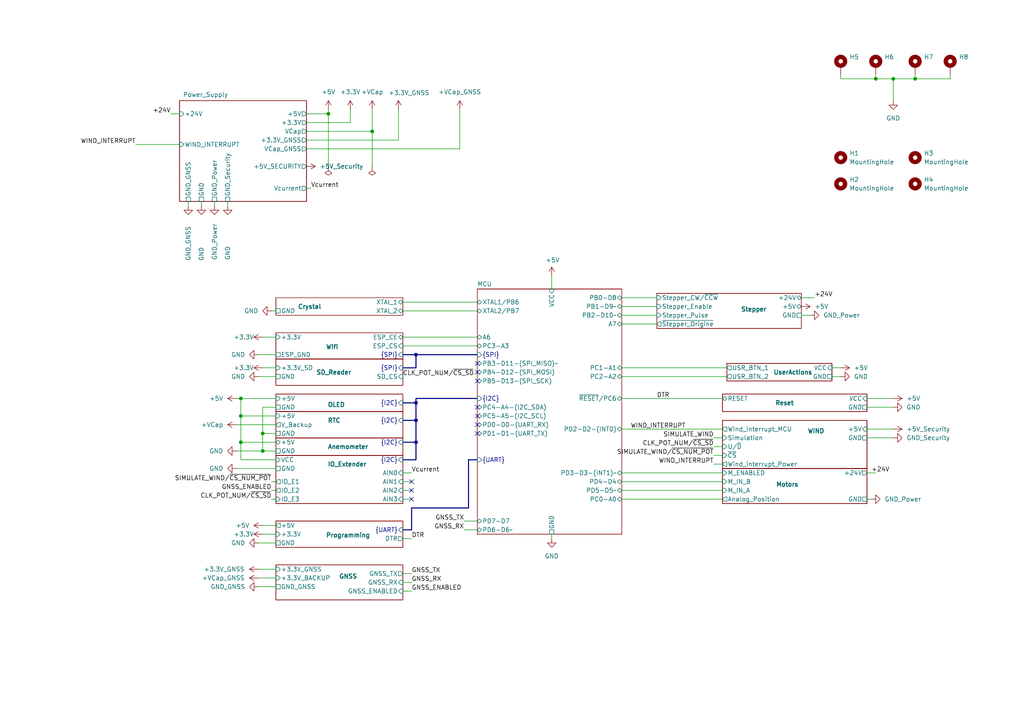
<source format=kicad_sch>
(kicad_sch (version 20231120) (generator "eeschema") (generator_version "8.0")
  (paper "A4")
  (title_block (title "SunTracker - Hierarchical schematic") (date "2024-04-17") (rev "1.0") (company "CREPP"))
  (lib_symbols
    (symbol "GND_1" (power) (pin_numbers hide) (pin_names (offset 0) hide)
      (property "Value" "GND" (at 0 -3.81 0))
      (symbol "GND_1_0_1"
        (polyline (pts (xy 0 0) (xy 0 -1.27) (xy 1.27 -1.27) (xy 0 -2.54) (xy -1.27 -1.27) (xy 0 -1.27)))
      )
      (symbol "GND_1_1_1"
        (pin power_in line (at 0 0 270) (length 0) (name "~") (number "1"))
      )
    )
    (symbol "Mechanical:MountingHole" (pin_names (offset 1.016))
      (property "Reference" "H" (at 0 5.08 0))
      (property "Value" "MountingHole" (at 0 3.175 0))
      (symbol "MountingHole_0_1"
        (circle (center 0 0) (radius 1.27) (stroke (width 1.27)))
      )
    )
    (symbol "Mechanical:MountingHole_Pad" (pin_numbers hide) (pin_names (offset 1.016) hide)
      (property "Reference" "H" (at 0 6.35 0))
      (property "Value" "MountingHole_Pad" (at 0 4.445 0))
      (symbol "MountingHole_Pad_0_1"
        (circle (center 0 1.27) (radius 1.27) (stroke (width 1.27)))
      )
      (symbol "MountingHole_Pad_1_1"
        (pin input line (at 0 -2.54 90) (length 2.54) (name "1") (number "1"))
      )
    )
    (symbol "power:+3.3V" (power) (pin_names (offset 0))
      (property "Value" "+3.3V" (at 0 3.556 0))
      (symbol "+3.3V_0_1"
        (polyline (pts (xy -0.762 1.27) (xy 0 2.54)))
        (polyline (pts (xy 0 0) (xy 0 2.54)))
        (polyline (pts (xy 0 2.54) (xy 0.762 1.27)))
      )
      (symbol "+3.3V_1_1"
        (pin power_in line (at 0 0 90) (length 0) hide (name "+3.3V") (number "1"))
      )
    )
    (symbol "power:+5V" (power) (pin_names (offset 0))
      (property "Value" "+5V" (at 0 3.556 0))
      (symbol "+5V_0_1"
        (polyline (pts (xy -0.762 1.27) (xy 0 2.54)))
        (polyline (pts (xy 0 0) (xy 0 2.54)))
        (polyline (pts (xy 0 2.54) (xy 0.762 1.27)))
      )
      (symbol "+5V_1_1"
        (pin power_in line (at 0 0 90) (length 0) hide (name "+5V") (number "1"))
      )
    )
    (symbol "power:GND" (power) (pin_names (offset 0))
      (property "Value" "GND" (at 0 -3.81 0))
      (symbol "GND_0_1"
        (polyline (pts (xy 0 0) (xy 0 -1.27) (xy 1.27 -1.27) (xy 0 -2.54) (xy -1.27 -1.27) (xy 0 -1.27)))
      )
      (symbol "GND_1_1"
        (pin power_in line (at 0 0 270) (length 0) hide (name "GND") (number "1"))
      )
    )
    (symbol "power:PWR_FLAG" (power) (pin_numbers hide) (pin_names (offset 0) hide)
      (property "Value" "PWR_FLAG" (at 0 3.81 0))
      (symbol "PWR_FLAG_0_0"
        (pin power_out line (at 0 0 90) (length 0) (name "~") (number "1"))
      )
      (symbol "PWR_FLAG_0_1"
        (polyline (pts (xy 0 0) (xy 0 1.27) (xy -1.016 1.905) (xy 0 2.54) (xy 1.016 1.905) (xy 0 1.27)))
      )
    )
  )
  (bus_alias "" (members))
  (bus_alias "I2C" (members "SDA" "SCL"))
  (bus_alias "SPI" (members "MOSI" "MISO" "CLK"))
  (bus_alias "UART" (members "RX" "TX"))
  (junction (at 107.95 38.1))
  (junction (at 69.85 128.27))
  (junction (at 254 22.86))
  (junction (at 120.65 121.92))
  (junction (at 265.43 22.86))
  (junction (at 120.65 102.87))
  (junction (at 120.65 128.27))
  (junction (at 69.85 115.57))
  (junction (at 69.85 120.65))
  (junction (at 120.65 116.84))
  (junction (at 76.2 130.81))
  (junction (at 259.08 22.86))
  (junction (at 95.25 33.02))
  (junction (at 76.2 125.73))
  (no_connect (at 138.43 105.41))
  (no_connect (at 138.43 118.11))
  (no_connect (at 138.43 120.65))
  (no_connect (at 119.38 142.24))
  (no_connect (at 138.43 110.49))
  (no_connect (at 119.38 139.7))
  (no_connect (at 119.38 144.78))
  (no_connect (at 138.43 107.95))
  (no_connect (at 138.43 123.19))
  (no_connect (at 138.43 125.73))
  (wire (pts (xy 275.59 22.86) (xy 265.43 22.86)))
  (wire (pts (xy 101.6 35.56) (xy 88.9 35.56)))
  (wire (pts (xy 80.01 125.73) (xy 76.2 125.73)))
  (wire (pts (xy 76.2 118.11) (xy 76.2 125.73)))
  (wire (pts (xy 74.93 170.18) (xy 80.01 170.18)))
  (wire (pts (xy 251.46 118.11) (xy 259.08 118.11)))
  (wire (pts (xy 69.85 128.27) (xy 69.85 120.65)))
  (wire (pts (xy 180.34 93.98) (xy 190.5 93.98)))
  (wire (pts (xy 116.84 168.91) (xy 119.38 168.91)))
  (wire (pts (xy 251.46 144.78) (xy 252.73 144.78)))
  (wire (pts (xy 80.01 118.11) (xy 76.2 118.11)))
  (wire (pts (xy 232.41 86.36) (xy 236.22 86.36)))
  (wire (pts (xy 243.84 22.86) (xy 254 22.86)))
  (wire (pts (xy 68.58 123.19) (xy 80.01 123.19)))
  (wire (pts (xy 74.93 102.87) (xy 80.01 102.87)))
  (wire (pts (xy 74.93 109.22) (xy 80.01 109.22)))
  (wire (pts (xy 251.46 115.57) (xy 259.08 115.57)))
  (wire (pts (xy 54.61 58.42) (xy 54.61 59.69)))
  (wire (pts (xy 78.74 144.78) (xy 80.01 144.78)))
  (bus (pts (xy 116.84 133.35) (xy 120.65 133.35)))
  (wire (pts (xy 133.35 43.18) (xy 88.9 43.18)))
  (wire (pts (xy 66.04 58.42) (xy 66.04 59.69)))
  (wire (pts (xy 68.58 135.89) (xy 80.01 135.89)))
  (wire (pts (xy 101.6 31.75) (xy 101.6 35.56)))
  (wire (pts (xy 116.84 137.16) (xy 119.38 137.16)))
  (wire (pts (xy 232.41 91.44) (xy 234.95 91.44)))
  (wire (pts (xy 251.46 137.16) (xy 254 137.16)))
  (wire (pts (xy 95.25 33.02) (xy 88.9 33.02)))
  (wire (pts (xy 134.62 151.13) (xy 138.43 151.13)))
  (wire (pts (xy 76.2 125.73) (xy 76.2 130.81)))
  (wire (pts (xy 254 22.86) (xy 259.08 22.86)))
  (wire (pts (xy 115.57 31.75) (xy 115.57 40.64)))
  (wire (pts (xy 180.34 106.68) (xy 210.82 106.68)))
  (wire (pts (xy 115.57 40.64) (xy 88.9 40.64)))
  (wire (pts (xy 74.93 157.48) (xy 80.01 157.48)))
  (wire (pts (xy 116.84 171.45) (xy 119.38 171.45)))
  (bus (pts (xy 116.84 128.27) (xy 120.65 128.27)))
  (wire (pts (xy 78.74 142.24) (xy 80.01 142.24)))
  (wire (pts (xy 39.37 41.91) (xy 52.07 41.91)))
  (wire (pts (xy 88.9 54.61) (xy 90.17 54.61)))
  (wire (pts (xy 259.08 22.86) (xy 259.08 29.21)))
  (wire (pts (xy 241.3 106.68) (xy 243.84 106.68)))
  (wire (pts (xy 180.34 91.44) (xy 190.5 91.44)))
  (bus (pts (xy 120.65 102.87) (xy 138.43 102.87)))
  (wire (pts (xy 180.34 86.36) (xy 190.5 86.36)))
  (bus (pts (xy 135.89 133.35) (xy 138.43 133.35)))
  (wire (pts (xy 88.9 38.1) (xy 107.95 38.1)))
  (bus (pts (xy 135.89 147.32) (xy 119.38 147.32)))
  (wire (pts (xy 243.84 21.59) (xy 243.84 22.86)))
  (wire (pts (xy 116.84 142.24) (xy 119.38 142.24)))
  (wire (pts (xy 76.2 106.68) (xy 80.01 106.68)))
  (wire (pts (xy 68.58 115.57) (xy 69.85 115.57)))
  (bus (pts (xy 120.65 128.27) (xy 120.65 133.35)))
  (wire (pts (xy 160.02 80.01) (xy 160.02 83.82)))
  (bus (pts (xy 120.65 115.57) (xy 120.65 116.84)))
  (wire (pts (xy 74.93 167.64) (xy 80.01 167.64)))
  (wire (pts (xy 58.42 58.42) (xy 58.42 59.69)))
  (wire (pts (xy 76.2 97.79) (xy 80.01 97.79)))
  (wire (pts (xy 116.84 87.63) (xy 138.43 87.63)))
  (wire (pts (xy 116.84 166.37) (xy 119.38 166.37)))
  (bus (pts (xy 116.84 102.87) (xy 120.65 102.87)))
  (bus (pts (xy 119.38 153.67) (xy 116.84 153.67)))
  (wire (pts (xy 116.84 156.21) (xy 119.38 156.21)))
  (wire (pts (xy 180.34 109.22) (xy 210.82 109.22)))
  (wire (pts (xy 76.2 152.4) (xy 80.01 152.4)))
  (wire (pts (xy 107.95 31.75) (xy 107.95 38.1)))
  (wire (pts (xy 265.43 21.59) (xy 265.43 22.86)))
  (wire (pts (xy 76.2 154.94) (xy 80.01 154.94)))
  (wire (pts (xy 160.02 154.94) (xy 160.02 156.21)))
  (wire (pts (xy 95.25 33.02) (xy 95.25 48.26)))
  (wire (pts (xy 116.84 90.17) (xy 138.43 90.17)))
  (bus (pts (xy 120.65 106.68) (xy 120.65 102.87)))
  (wire (pts (xy 80.01 133.35) (xy 69.85 133.35)))
  (bus (pts (xy 116.84 106.68) (xy 120.65 106.68)))
  (wire (pts (xy 78.74 139.7) (xy 80.01 139.7)))
  (wire (pts (xy 68.58 130.81) (xy 76.2 130.81)))
  (wire (pts (xy 180.34 88.9) (xy 190.5 88.9)))
  (bus (pts (xy 135.89 133.35) (xy 135.89 147.32)))
  (wire (pts (xy 95.25 31.75) (xy 95.25 33.02)))
  (wire (pts (xy 180.34 124.46) (xy 209.55 124.46)))
  (wire (pts (xy 241.3 109.22) (xy 243.84 109.22)))
  (wire (pts (xy 180.34 144.78) (xy 209.55 144.78)))
  (bus (pts (xy 116.84 116.84) (xy 120.65 116.84)))
  (wire (pts (xy 265.43 22.86) (xy 259.08 22.86)))
  (wire (pts (xy 207.01 129.54) (xy 209.55 129.54)))
  (wire (pts (xy 74.93 165.1) (xy 80.01 165.1)))
  (wire (pts (xy 107.95 38.1) (xy 107.95 48.26)))
  (wire (pts (xy 80.01 128.27) (xy 69.85 128.27)))
  (wire (pts (xy 207.01 127) (xy 209.55 127)))
  (wire (pts (xy 116.84 139.7) (xy 119.38 139.7)))
  (wire (pts (xy 180.34 139.7) (xy 209.55 139.7)))
  (bus (pts (xy 119.38 147.32) (xy 119.38 153.67)))
  (wire (pts (xy 80.01 120.65) (xy 69.85 120.65)))
  (wire (pts (xy 69.85 133.35) (xy 69.85 128.27)))
  (wire (pts (xy 180.34 137.16) (xy 209.55 137.16)))
  (bus (pts (xy 120.65 115.57) (xy 138.43 115.57)))
  (wire (pts (xy 251.46 124.46) (xy 259.08 124.46)))
  (wire (pts (xy 62.23 58.42) (xy 62.23 59.69)))
  (wire (pts (xy 80.01 115.57) (xy 69.85 115.57)))
  (wire (pts (xy 116.84 144.78) (xy 119.38 144.78)))
  (wire (pts (xy 180.34 115.57) (xy 209.55 115.57)))
  (bus (pts (xy 120.65 121.92) (xy 120.65 128.27)))
  (wire (pts (xy 207.01 134.62) (xy 209.55 134.62)))
  (bus (pts (xy 120.65 116.84) (xy 120.65 121.92)))
  (wire (pts (xy 251.46 127) (xy 259.08 127)))
  (wire (pts (xy 275.59 21.59) (xy 275.59 22.86)))
  (wire (pts (xy 116.84 97.79) (xy 138.43 97.79)))
  (wire (pts (xy 133.35 31.75) (xy 133.35 43.18)))
  (wire (pts (xy 116.84 100.33) (xy 138.43 100.33)))
  (wire (pts (xy 69.85 120.65) (xy 69.85 115.57)))
  (wire (pts (xy 134.62 153.67) (xy 138.43 153.67)))
  (wire (pts (xy 80.01 130.81) (xy 76.2 130.81)))
  (bus (pts (xy 116.84 121.92) (xy 120.65 121.92)))
  (wire (pts (xy 78.74 90.17) (xy 80.01 90.17)))
  (wire (pts (xy 207.01 132.08) (xy 209.55 132.08)))
  (wire (pts (xy 49.53 33.02) (xy 52.07 33.02)))
  (wire (pts (xy 180.34 142.24) (xy 209.55 142.24)))
  (wire (pts (xy 254 21.59) (xy 254 22.86)))
  (label "WIND_INTERRUPT" (at 182.88 124.46 0))
  (label "SIMULATE_WIND" (at 207.01 127 180))
  (label "WIND_INTERRUPT" (at 207.01 134.62 180))
  (label "CLK_POT_NUM{slash}~{CS_SD}" (at 207.01 129.54 180))
  (label "GNSS_ENABLED" (at 119.38 171.45 0))
  (label "+24V" (at 252.73 137.16 0))
  (label "WIND_INTERRUPT" (at 39.37 41.91 180))
  (label "CLK_POT_NUM{slash}~{CS_SD}" (at 116.84 109.22 0))
  (label "GNSS_TX" (at 134.62 151.13 180))
  (label "DTR" (at 190.5 115.57 0))
  (label "+24V" (at 236.22 86.36 0))
  (label "GNSS_ENABLED" (at 78.74 142.24 180))
  (label "SIMULATE_WIND{slash}~{CS_NUM_POT}" (at 207.01 132.08 180))
  (label "DTR" (at 119.38 156.21 0))
  (label "GNSS_RX" (at 119.38 168.91 0))
  (label "Vcurrent" (at 119.38 137.16 0))
  (label "CLK_POT_NUM{slash}~{CS_SD}" (at 78.74 144.78 180))
  (label "+24V" (at 49.53 33.02 180))
  (label "GNSS_RX" (at 134.62 153.67 180))
  (label "Vcurrent" (at 90.17 54.61 0))
  (label "SIMULATE_WIND{slash}~{CS_NUM_POT}" (at 78.74 139.7 180))
  (label "GNSS_TX" (at 119.38 166.37 0))
  (symbol (lib_id "power:+5V") (at 259.08 115.57 270) (unit 1)
    (property "Reference" "#PWR026" (effects (hide yes)))
    (property "Value" "+5V" (at 262.89 115.5699 90) (effects (justify left)))
  )
  (symbol (lib_id "power:GND") (at 74.93 109.22 270) (unit 1)
    (property "Reference" "#PWR039" (effects (hide yes)))
    (property "Value" "GND" (at 71.12 109.2201 90) (effects (justify right)))
  )
  (symbol (lib_name "GND_1") (lib_id "power:GND") (at 58.42 59.69 0) (unit 1)
    (property "Reference" "#PWR013" (effects (hide yes)))
    (property "Value" "GND" (at 58.42 73.66 90))
    (property "Description" "Power symbol creates a global label with name \"GND\" , ground" (effects (hide yes)))
  )
  (symbol (lib_id "power:+5V") (at 243.84 106.68 270) (unit 1)
    (property "Reference" "#PWR022" (effects (hide yes)))
    (property "Value" "+5V" (at 247.65 106.6799 90) (effects (justify left)))
  )
  (symbol (lib_id "power:+3.3V") (at 74.93 167.64 90) (unit 1)
    (property "Reference" "#PWR02" (effects (hide yes)))
    (property "Value" "+VCap_GNSS" (at 64.77 167.64 90))
  )
  (symbol (lib_id "power:+3.3V") (at 68.58 123.19 90) (unit 1)
    (property "Reference" "#PWR05" (effects (hide yes)))
    (property "Value" "+VCap" (at 64.77 123.1899 90) (effects (justify left)))
  )
  (symbol (lib_id "power:GND") (at 74.93 102.87 270) (unit 1)
    (property "Reference" "#PWR07" (effects (hide yes)))
    (property "Value" "GND" (at 71.12 102.8701 90) (effects (justify right)))
  )
  (symbol (lib_id "power:+3.3V") (at 74.93 165.1 90) (unit 1)
    (property "Reference" "#PWR01" (effects (hide yes)))
    (property "Value" "+3.3V_GNSS" (at 65.024 165.1 90))
  )
  (symbol (lib_id "power:PWR_FLAG") (at 95.25 48.26 180) (unit 1)
    (property "Reference" "#FLG01" (effects (hide yes)))
    (property "Value" "PWR_FLAG" (effects (hide yes)))
    (property "Description" "Special symbol for telling ERC where power comes from" (effects (hide yes)))
  )
  (symbol (lib_id "power:GND") (at 62.23 59.69 0) (unit 1)
    (property "Reference" "#PWR037" (effects (hide yes)))
    (property "Value" "GND_Power" (at 62.23 70.104 90))
  )
  (symbol (lib_id "Mechanical:MountingHole_Pad") (at 254 19.05 0) (unit 1)
    (property "Reference" "H6" (at 256.54 16.5099 0) (effects (justify left)))
    (property "Value" "Probe_GND" (effects (hide yes)))
    (property "Footprint" "Holes:Hole_1mm_Scope" (effects (hide yes)))
    (property "Description" "Mounting Hole with connection" (effects (hide yes)))
  )
  (symbol (lib_id "power:+5V") (at 95.25 31.75 0) (unit 1)
    (property "Reference" "#PWR014" (effects (hide yes)))
    (property "Value" "+5V" (at 95.25 26.67 0))
  )
  (symbol (lib_id "power:GND") (at 252.73 144.78 90) (unit 1)
    (property "Reference" "#PWR025" (effects (hide yes)))
    (property "Value" "GND_Power" (at 256.54 144.7799 90) (effects (justify right)))
  )
  (symbol (lib_id "power:+5V") (at 160.02 80.01 0) (unit 1)
    (property "Reference" "#PWR019" (effects (hide yes)))
    (property "Value" "+5V" (at 160.274 75.438 0))
  )
  (symbol (lib_name "GND_1") (lib_id "power:GND") (at 68.58 130.81 270) (unit 1)
    (property "Reference" "#PWR06" (effects (hide yes)))
    (property "Value" "GND" (at 64.77 130.8099 90) (effects (justify right)))
    (property "Description" "Power symbol creates a global label with name \"GND\" , ground" (effects (hide yes)))
  )
  (symbol (lib_id "power:+5V") (at 232.41 88.9 270) (unit 1)
    (property "Reference" "#PWR046" (effects (hide yes)))
    (property "Value" "+5V" (at 236.22 88.8999 90) (effects (justify left)))
  )
  (symbol (lib_id "power:+3.3V") (at 101.6 31.75 0) (unit 1)
    (property "Reference" "#PWR015" (effects (hide yes)))
    (property "Value" "+3.3V" (at 101.6 26.67 0))
  )
  (symbol (lib_id "power:+3.3V") (at 76.2 154.94 90) (unit 1)
    (property "Reference" "#PWR049" (effects (hide yes)))
    (property "Value" "+3.3V" (at 73.66 154.9399 90) (effects (justify left)))
  )
  (symbol (lib_id "power:GND") (at 259.08 118.11 90) (unit 1)
    (property "Reference" "#PWR024" (effects (hide yes)))
    (property "Value" "GND" (at 262.89 118.1099 90) (effects (justify right)))
  )
  (symbol (lib_id "power:+3.3V") (at 76.2 106.68 90) (unit 1)
    (property "Reference" "#PWR040" (effects (hide yes)))
    (property "Value" "+3.3V" (at 73.66 106.6799 90) (effects (justify left)))
  )
  (symbol (lib_id "power:GND") (at 74.93 157.48 270) (unit 1)
    (property "Reference" "#PWR08" (effects (hide yes)))
    (property "Value" "GND" (at 71.12 157.4801 90) (effects (justify right)))
  )
  (symbol (lib_id "power:+5V") (at 259.08 124.46 270) (unit 1)
    (property "Reference" "#PWR045" (effects (hide yes)))
    (property "Value" "+5V_Security" (at 262.89 124.4599 90) (effects (justify left)))
  )
  (symbol (lib_id "Mechanical:MountingHole") (at 243.84 53.34 0) (unit 1)
    (property "Reference" "H2" (at 246.38 52.07 0) (effects (justify left)))
    (property "Value" "MountingHole" (at 246.38 54.61 0) (effects (justify left)))
    (property "Footprint" "MountingHole:MountingHole_3mm" (effects (hide yes)))
  )
  (symbol (lib_id "power:GND") (at 243.84 109.22 90) (unit 1)
    (property "Reference" "#PWR023" (effects (hide yes)))
    (property "Value" "GND" (at 247.65 109.2199 90) (effects (justify right)))
  )
  (symbol (lib_id "power:+5V") (at 88.9 48.26 270) (unit 1)
    (property "Reference" "#PWR041" (effects (hide yes)))
    (property "Value" "+5V_Security" (at 92.71 48.2599 90) (effects (justify left)))
  )
  (symbol (lib_id "power:+5V") (at 68.58 115.57 90) (unit 1)
    (property "Reference" "#PWR04" (effects (hide yes)))
    (property "Value" "+5V" (at 64.77 115.5699 90) (effects (justify left)))
  )
  (symbol (lib_name "GND_1") (lib_id "power:GND") (at 78.74 90.17 270) (unit 1)
    (property "Reference" "#PWR011" (effects (hide yes)))
    (property "Value" "GND" (at 74.93 90.1699 90) (effects (justify right)))
    (property "Description" "Power symbol creates a global label with name \"GND\" , ground" (effects (hide yes)))
  )
  (symbol (lib_name "GND_1") (lib_id "power:GND") (at 68.58 135.89 270) (unit 1)
    (property "Reference" "#PWR036" (effects (hide yes)))
    (property "Value" "GND" (at 64.77 135.8899 90) (effects (justify right)))
    (property "Description" "Power symbol creates a global label with name \"GND\" , ground" (effects (hide yes)))
  )
  (symbol (lib_id "Mechanical:MountingHole") (at 265.43 53.34 0) (unit 1)
    (property "Reference" "H4" (at 267.97 52.07 0) (effects (justify left)))
    (property "Value" "MountingHole" (at 267.97 54.61 0) (effects (justify left)))
    (property "Footprint" "MountingHole:MountingHole_3mm" (effects (hide yes)))
  )
  (symbol (lib_id "Mechanical:MountingHole_Pad") (at 275.59 19.05 0) (unit 1)
    (property "Reference" "H8" (at 278.13 16.5099 0) (effects (justify left)))
    (property "Value" "Probe_GND" (effects (hide yes)))
    (property "Footprint" "Holes:Hole_1mm_Scope" (effects (hide yes)))
    (property "Description" "Mounting Hole with connection" (effects (hide yes)))
  )
  (symbol (lib_name "GND_1") (lib_id "power:GND") (at 54.61 59.69 0) (unit 1)
    (property "Reference" "#PWR012" (effects (hide yes)))
    (property "Value" "GND_GNSS" (at 54.61 70.612 90))
    (property "Description" "Power symbol creates a global label with name \"GND\" , ground" (effects (hide yes)))
  )
  (symbol (lib_id "Mechanical:MountingHole") (at 265.43 45.72 0) (unit 1)
    (property "Reference" "H3" (at 267.97 44.45 0) (effects (justify left)))
    (property "Value" "MountingHole" (at 267.97 46.99 0) (effects (justify left)))
    (property "Footprint" "MountingHole:MountingHole_3mm" (effects (hide yes)))
  )
  (symbol (lib_id "Mechanical:MountingHole_Pad") (at 243.84 19.05 0) (unit 1)
    (property "Reference" "H5" (at 246.38 16.5099 0) (effects (justify left)))
    (property "Value" "Probe_GND" (effects (hide yes)))
    (property "Footprint" "Holes:Hole_1mm_Scope" (effects (hide yes)))
    (property "Description" "Mounting Hole with connection" (effects (hide yes)))
  )
  (symbol (lib_id "power:GND") (at 234.95 91.44 90) (unit 1)
    (property "Reference" "#PWR021" (effects (hide yes)))
    (property "Value" "GND_Power" (at 238.76 91.4399 90) (effects (justify right)))
  )
  (symbol (lib_id "power:GND") (at 66.04 59.69 0) (unit 1)
    (property "Reference" "#PWR038" (effects (hide yes)))
    (property "Value" "GND" (at 66.04 73.406 90))
  )
  (symbol (lib_id "Mechanical:MountingHole") (at 243.84 45.72 0) (unit 1)
    (property "Reference" "H1" (at 246.38 44.45 0) (effects (justify left)))
    (property "Value" "MountingHole" (at 246.38 46.99 0) (effects (justify left)))
    (property "Footprint" "MountingHole:MountingHole_3mm" (effects (hide yes)))
  )
  (symbol (lib_name "GND_1") (lib_id "power:GND") (at 160.02 156.21 0) (unit 1)
    (property "Reference" "#PWR020" (effects (hide yes)))
    (property "Value" "GND" (at 160.02 161.29 0))
    (property "Description" "Power symbol creates a global label with name \"GND\" , ground" (effects (hide yes)))
  )
  (symbol (lib_id "power:GND") (at 259.08 29.21 0) (unit 1)
    (property "Reference" "#PWR034" (effects (hide yes)))
    (property "Value" "GND" (at 259.08 34.29 0))
    (property "Description" "Power symbol creates a global label with name \"GND\" , ground" (effects (hide yes)))
  )
  (symbol (lib_id "power:+3.3V") (at 115.57 31.75 0) (unit 1)
    (property "Reference" "#PWR017" (effects (hide yes)))
    (property "Value" "+3.3V_GNSS" (at 118.618 26.924 0))
  )
  (symbol (lib_id "power:+3.3V") (at 76.2 97.79 90) (unit 1)
    (property "Reference" "#PWR09" (effects (hide yes)))
    (property "Value" "+3.3V" (at 73.66 97.7899 90) (effects (justify left)))
  )
  (symbol (lib_id "Mechanical:MountingHole_Pad") (at 265.43 19.05 0) (unit 1)
    (property "Reference" "H7" (at 267.97 16.5099 0) (effects (justify left)))
    (property "Value" "Probe_GND" (effects (hide yes)))
    (property "Footprint" "Holes:Hole_1mm_Scope" (effects (hide yes)))
    (property "Description" "Mounting Hole with connection" (effects (hide yes)))
  )
  (symbol (lib_id "power:+3.3V") (at 133.35 31.75 0) (unit 1)
    (property "Reference" "#PWR018" (effects (hide yes)))
    (property "Value" "+VCap_GNSS" (at 133.35 26.67 0))
  )
  (symbol (lib_id "power:+3.3V") (at 76.2 152.4 90) (unit 1)
    (property "Reference" "#PWR010" (effects (hide yes)))
    (property "Value" "+5V" (at 72.39 152.3999 90) (effects (justify left)))
  )
  (symbol (lib_id "power:GND") (at 259.08 127 90) (unit 1)
    (property "Reference" "#PWR027" (effects (hide yes)))
    (property "Value" "GND_Security" (at 262.89 126.9999 90) (effects (justify right)))
  )
  (symbol (lib_id "power:PWR_FLAG") (at 107.95 48.26 180) (unit 1)
    (property "Reference" "#FLG02" (effects (hide yes)))
    (property "Value" "PWR_FLAG" (effects (hide yes)))
    (property "Description" "Special symbol for telling ERC where power comes from" (effects (hide yes)))
  )
  (symbol (lib_id "power:+3.3V") (at 107.95 31.75 0) (unit 1)
    (property "Reference" "#PWR016" (effects (hide yes)))
    (property "Value" "+VCap" (at 107.95 26.67 0))
  )
  (symbol (lib_name "GND_1") (lib_id "power:GND") (at 74.93 170.18 270) (unit 1)
    (property "Reference" "#PWR03" (effects (hide yes)))
    (property "Value" "GND_GNSS" (at 71.12 170.1799 90) (effects (justify right)))
    (property "Description" "Power symbol creates a global label with name \"GND\" , ground" (effects (hide yes)))
  )
  (sheet (at 209.55 121.92) (size 41.91 13.97) (stroke (width 0.1524))
    (property "Sheetname" "WIND" (at 234.188 125.73 0) (effects (font (bold yes)) (justify left bottom)))
    (property "Sheetfile" "Modules/WIND.kicad_sch" (effects (hide yes)))
    (pin "GND" passive (at 251.46 127 0) (effects (font (italic yes))))
    (pin "+5V" input (at 251.46 124.46 0))
    (pin "Simulation" input (at 209.55 127 180))
    (pin "U{slash}~{D}" input (at 209.55 129.54 180))
    (pin "~{CS}" input (at 209.55 132.08 180))
    (pin "Wind_interrupt_Power" output (at 209.55 134.62 180))
    (pin "Wind_interrupt_MCU" output (at 209.55 124.46 180))
  )
  (sheet (at 80.01 104.14) (size 36.83 7.62) (stroke (width 0.1524))
    (property "Sheetname" "SD_Reader" (at 91.694 108.712 0) (effects (font (bold yes)) (justify left bottom)))
    (property "Sheetfile" "Modules/SD_Reader.kicad_sch" (effects (hide yes)))
    (pin "SD_CS" input (at 116.84 109.22 0))
    (pin "+3.3V_SD" input (at 80.01 106.68 180))
    (pin "{SPI}" input (at 116.84 106.68 0))
    (pin "GND" passive (at 80.01 109.22 180))
  )
  (sheet (at 210.82 105.41) (size 30.48 5.08) (stroke (width 0.1524))
    (property "Sheetname" "UserActions" (at 224.282 108.712 0) (effects (font (bold yes)) (justify left bottom)))
    (property "Sheetfile" "UserActions.kicad_sch" (effects (hide yes)))
    (pin "VCC" input (at 241.3 106.68 0))
    (pin "GND" passive (at 241.3 109.22 0))
    (pin "USR_BTN_1" output (at 210.82 106.68 180))
    (pin "USR_BTN_2" output (at 210.82 109.22 180))
  )
  (sheet (at 209.55 135.89) (size 41.91 10.16) (stroke (width 0.1524))
    (property "Sheetname" "Motors" (at 225.044 141.224 0) (effects (font (bold yes)) (justify left bottom)))
    (property "Sheetfile" "Modules/Motor_Control.kicad_sch" (effects (hide yes)))
    (pin "M_IN_B" input (at 209.55 139.7 180))
    (pin "M_IN_A" input (at 209.55 142.24 180))
    (pin "GND" passive (at 251.46 144.78 0) (effects (font (italic yes))))
    (pin "+24V" output (at 251.46 137.16 0) (effects (font (italic yes))))
    (pin "M_ENABLED" input (at 209.55 137.16 180))
    (pin "Analog_Position" output (at 209.55 144.78 180))
  )
  (sheet (at 52.07 29.21) (size 36.83 29.21) (stroke (width 0.1524))
    (property "Sheetname" "Power_Supply" (at 53.086 28.194 0) (effects (justify left bottom)))
    (property "Sheetfile" "Modules/Power_supply.kicad_sch" (effects (hide yes)))
    (pin "GND" passive (at 58.42 58.42 270))
    (pin "+24V" input (at 52.07 33.02 180))
    (pin "+5V" output (at 88.9 33.02 0))
    (pin "+3.3V" output (at 88.9 35.56 0))
    (pin "VCap" output (at 88.9 38.1 0))
    (pin "+3.3V_GNSS" output (at 88.9 40.64 0))
    (pin "GND_GNSS" passive (at 54.61 58.42 270))
    (pin "VCap_GNSS" output (at 88.9 43.18 0))
    (pin "GND_Power" passive (at 62.23 58.42 270))
    (pin "GND_Security" passive (at 66.04 58.42 270))
    (pin "+5V_SECURITY" output (at 88.9 48.26 0))
    (pin "WIND_INTERRUPT" input (at 52.07 41.91 180))
    (pin "Vcurrent" output (at 88.9 54.61 0))
  )
  (sheet (at 80.01 119.38) (size 36.83 7.62) (stroke (width 0.1524))
    (property "Sheetname" "RTC" (at 94.996 122.682 0) (effects (font (bold yes)) (justify left bottom)))
    (property "Sheetfile" "Modules/RTC.kicad_sch" (effects (hide yes)))
    (pin "GND" passive (at 80.01 125.73 180) (effects (font (italic yes))))
    (pin "+5V" input (at 80.01 120.65 180) (effects (font (italic yes))))
    (pin "{I2C}" input (at 116.84 121.92 0))
    (pin "V_Backup" output (at 80.01 123.19 180))
  )
  (sheet (at 80.01 96.52) (size 36.83 7.62) (stroke (width 0.1524))
    (property "Sheetname" "Wifi" (at 94.488 101.346 0) (effects (font (bold yes)) (justify left bottom)))
    (property "Sheetfile" "Modules/Wifi.kicad_sch" (effects (hide yes)))
    (pin "ESP_GND" passive (at 80.01 102.87 180))
    (pin "+3.3V" input (at 80.01 97.79 180))
    (pin "ESP_CE" bidirectional (at 116.84 97.79 0))
    (pin "{SPI}" input (at 116.84 102.87 0))
    (pin "ESP_CS" input (at 116.84 100.33 0))
  )
  (sheet (at 138.43 83.82) (size 41.91 71.12) (stroke (width 0.1524))
    (property "Sheetname" "MCU" (at 138.43 83.1084 0) (effects (justify left bottom)))
    (property "Sheetfile" "Modules/MCU.kicad_sch" (effects (hide yes)))
    (pin "VCC" input (at 160.02 83.82 90))
    (pin "~{RESET}/PC6" bidirectional (at 180.34 115.57 0))
    (pin "XTAL1/PB6" bidirectional (at 138.43 87.63 180))
    (pin "XTAL2/PB7" bidirectional (at 138.43 90.17 180))
    (pin "PC2-A2" bidirectional (at 180.34 109.22 0))
    (pin "PC3-A3" bidirectional (at 138.43 100.33 180))
    (pin "PC1-A1" bidirectional (at 180.34 106.68 0))
    (pin "PC0-A0" bidirectional (at 180.34 144.78 0))
    (pin "{I2C}" input (at 138.43 115.57 180))
    (pin "{SPI}" input (at 138.43 102.87 180))
    (pin "{UART}" input (at 138.43 133.35 180))
    (pin "PD2-D2-(INT0)" bidirectional (at 180.34 124.46 0))
    (pin "PD3-D3-(INT1)~" bidirectional (at 180.34 137.16 0))
    (pin "PD4-D4" bidirectional (at 180.34 139.7 0))
    (pin "PB0-D8" bidirectional (at 180.34 86.36 0))
    (pin "PD7-D7" bidirectional (at 138.43 151.13 180))
    (pin "PD6-D6~" bidirectional (at 138.43 153.67 180))
    (pin "PB1-D9~" bidirectional (at 180.34 88.9 0))
    (pin "PB2-D10~" bidirectional (at 180.34 91.44 0))
    (pin "PB4-D12-(SPI_MOSI)" bidirectional (at 138.43 107.95 180))
    (pin "PB5-D13-(SPI_SCK)" bidirectional (at 138.43 110.49 180))
    (pin "PB3-D11-(SPI_MISO)~" bidirectional (at 138.43 105.41 180))
    (pin "PC4-A4-(I2C_SDA)" bidirectional (at 138.43 118.11 180))
    (pin "PD0-D0-(UART_RX)" bidirectional (at 138.43 123.19 180))
    (pin "PC5-A5-(I2C_SCL)" bidirectional (at 138.43 120.65 180))
    (pin "PD1-D1-(UART_TX)" bidirectional (at 138.43 125.73 180))
    (pin "PD5-D5~" bidirectional (at 180.34 142.24 0))
    (pin "GND" passive (at 160.02 154.94 270))
    (pin "A7" bidirectional (at 180.34 93.98 0))
    (pin "A6" bidirectional (at 138.43 97.79 180))
  )
  (sheet (at 80.01 132.08) (size 36.83 13.97) (stroke (width 0.1524))
    (property "Sheetname" "IO_Extender" (at 94.996 135.382 0) (effects (font (bold yes)) (justify left bottom)))
    (property "Sheetfile" "Modules/IO_Extender.kicad_sch" (effects (hide yes)))
    (pin "GND" passive (at 80.01 135.89 180) (effects (font (italic yes))))
    (pin "{I2C}" input (at 116.84 133.35 0))
    (pin "IO_E1" output (at 80.01 139.7 180))
    (pin "IO_E2" output (at 80.01 142.24 180))
    (pin "IO_E3" input (at 80.01 144.78 180))
    (pin "VCC" input (at 80.01 133.35 180))
    (pin "AIN2" input (at 116.84 142.24 0))
    (pin "AIN0" input (at 116.84 137.16 0))
    (pin "AIN1" input (at 116.84 139.7 0))
    (pin "AIN3" input (at 116.84 144.78 0))
  )
  (sheet (at 80.01 151.13) (size 36.83 7.62) (stroke (width 0.1524))
    (property "Sheetname" "Programming" (at 94.488 155.956 0) (effects (font (bold yes)) (justify left bottom)))
    (property "Sheetfile" "Modules/Programming.kicad_sch" (effects (hide yes)))
    (pin "GND" passive (at 80.01 157.48 180))
    (pin "+5V" output (at 80.01 152.4 180))
    (pin "{UART}" input (at 116.84 153.67 0))
    (pin "DTR" output (at 116.84 156.21 0))
    (pin "+3.3V" input (at 80.01 154.94 180))
  )
  (sheet (at 80.01 163.83) (size 36.83 10.16) (stroke (width 0.1524))
    (property "Sheetname" "GNSS" (at 98.298 167.894 0) (effects (font (bold yes)) (justify left bottom)))
    (property "Sheetfile" "Modules/GNSS.kicad_sch" (effects (hide yes)))
    (pin "+3.3V_GNSS" input (at 80.01 165.1 180))
    (pin "+3.3V_BACKUP" input (at 80.01 167.64 180))
    (pin "GND_GNSS" passive (at 80.01 170.18 180))
    (pin "GNSS_TX" output (at 116.84 166.37 0))
    (pin "GNSS_RX" input (at 116.84 168.91 0))
    (pin "GNSS_ENABLED" input (at 116.84 171.45 0))
  )
  (sheet (at 80.01 86.36) (size 36.83 5.08) (stroke (width 0.1524))
    (property "Sheetname" "Crystal" (at 86.36 89.662 0) (effects (font (bold yes)) (justify left bottom)))
    (property "Sheetfile" "Modules/Xtal.kicad_sch" (effects (hide yes)))
    (pin "XTAl_1" bidirectional (at 116.84 87.63 0))
    (pin "XTAl_2" bidirectional (at 116.84 90.17 0))
    (pin "GND" passive (at 80.01 90.17 180) (effects (font (italic yes))))
  )
  (sheet (at 209.55 114.3) (size 41.91 5.08) (stroke (width 0.1524))
    (property "Sheetname" "Reset" (at 224.79 117.602 0) (effects (font (bold yes)) (justify left bottom)))
    (property "Sheetfile" "Modules/Reset.kicad_sch" (effects (hide yes)))
    (pin "GND" passive (at 251.46 118.11 0) (effects (font (italic yes))))
    (pin "RESET" bidirectional (at 209.55 115.57 180))
    (pin "VCC" input (at 251.46 115.57 0) (effects (font (italic yes))))
  )
  (sheet (at 190.5 85.09) (size 41.91 10.16) (stroke (width 0.1524))
    (property "Sheetname" "Stepper" (at 214.884 90.424 0) (effects (font (bold yes)) (justify left bottom)))
    (property "Sheetfile" "Modules/Stepper.kicad_sch" (effects (hide yes)))
    (pin "GND" passive (at 232.41 91.44 0))
    (pin "+24V" bidirectional (at 232.41 86.36 0))
    (pin "Stepper_Pulse" input (at 190.5 91.44 180))
    (pin "+5V" bidirectional (at 232.41 88.9 0))
    (pin "Stepper_CW{slash}~{CCW}" input (at 190.5 86.36 180))
    (pin "Stepper_Enable" input (at 190.5 88.9 180))
    (pin "~{Stepper_Origine}" output (at 190.5 93.98 180))
  )
  (sheet (at 80.01 114.3) (size 36.83 5.08) (stroke (width 0.1524))
    (property "Sheetname" "OLED" (at 94.996 118.11 0) (effects (font (bold yes)) (justify left bottom)))
    (property "Sheetfile" "Modules/OLED.kicad_sch" (effects (hide yes)))
    (pin "GND" passive (at 80.01 118.11 180) (effects (font (italic yes))))
    (pin "+5V" input (at 80.01 115.57 180) (effects (font (italic yes))))
    (pin "{I2C}" input (at 116.84 116.84 0))
  )
  (sheet (at 80.01 127) (size 36.83 5.08) (stroke (width 0.1524))
    (property "Sheetname" "Anemometer" (at 94.996 130.302 0) (effects (font (bold yes)) (justify left bottom)))
    (property "Sheetfile" "Modules/Anemometer.kicad_sch" (effects (hide yes)))
    (pin "GND" passive (at 80.01 130.81 180) (effects (font (italic yes))))
    (pin "{I2C}" input (at 116.84 128.27 0))
    (pin "+5V" bidirectional (at 80.01 128.27 180))
  )
)
</source>
